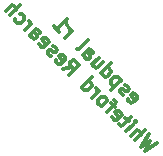
<source format=gbo>
G04 #@! TF.FileFunction,Legend,Bot*
%FSLAX46Y46*%
G04 Gerber Fmt 4.6, Leading zero omitted, Abs format (unit mm)*
G04 Created by KiCad (PCBNEW (2015-11-24 BZR 6329)-product) date Wed 28 Sep 2016 12:51:07 PM EDT*
%MOMM*%
G01*
G04 APERTURE LIST*
%ADD10C,0.100000*%
%ADD11C,0.300000*%
G04 APERTURE END LIST*
D10*
D11*
X125930026Y-115534857D02*
X125970432Y-115656076D01*
X126132056Y-115817700D01*
X126253275Y-115858106D01*
X126374493Y-115817701D01*
X126697742Y-115494452D01*
X126738148Y-115373233D01*
X126697742Y-115252015D01*
X126536118Y-115090390D01*
X126414899Y-115049984D01*
X126293680Y-115090390D01*
X126212869Y-115171202D01*
X126536118Y-115656076D01*
X125566371Y-115171203D02*
X125445153Y-115130797D01*
X125283528Y-114969172D01*
X125243123Y-114847954D01*
X125283528Y-114726736D01*
X125323934Y-114686330D01*
X125445153Y-114645924D01*
X125566371Y-114686329D01*
X125687589Y-114807548D01*
X125808808Y-114847954D01*
X125930026Y-114807548D01*
X125970432Y-114767142D01*
X126010838Y-114645924D01*
X125970432Y-114524705D01*
X125849214Y-114403486D01*
X125727996Y-114363081D01*
X125364340Y-113918613D02*
X124515812Y-114767142D01*
X125323934Y-113959020D02*
X125283528Y-113837801D01*
X125121904Y-113676177D01*
X125000685Y-113635771D01*
X124919873Y-113635771D01*
X124798654Y-113676177D01*
X124556218Y-113918613D01*
X124515812Y-114039831D01*
X124515812Y-114120644D01*
X124556219Y-114241862D01*
X124717843Y-114403486D01*
X124839061Y-114443893D01*
X123667284Y-113352928D02*
X124515812Y-112504400D01*
X123707690Y-113312522D02*
X123748097Y-113433740D01*
X123909721Y-113595364D01*
X124030939Y-113635771D01*
X124111752Y-113635771D01*
X124232970Y-113595365D01*
X124475406Y-113352929D01*
X124515812Y-113231710D01*
X124515812Y-113150898D01*
X124475406Y-113029679D01*
X124313782Y-112868055D01*
X124192563Y-112827649D01*
X123465254Y-112019527D02*
X122899568Y-112585212D01*
X123828909Y-112383182D02*
X123384441Y-112827649D01*
X123263224Y-112868055D01*
X123142005Y-112827649D01*
X123020787Y-112706431D01*
X122980381Y-112585212D01*
X122980381Y-112504400D01*
X122131853Y-111817496D02*
X122576320Y-111373030D01*
X122697538Y-111332623D01*
X122818757Y-111373030D01*
X122980381Y-111534654D01*
X123020787Y-111655872D01*
X122172259Y-111777090D02*
X122212665Y-111898309D01*
X122414695Y-112100339D01*
X122535914Y-112140745D01*
X122657132Y-112100340D01*
X122737944Y-112019527D01*
X122778351Y-111898309D01*
X122737944Y-111777090D01*
X122535914Y-111575060D01*
X122495508Y-111453841D01*
X121606574Y-111292217D02*
X121727792Y-111332623D01*
X121849010Y-111292218D01*
X122576320Y-110564908D01*
X120636827Y-110322471D02*
X121202513Y-109756786D01*
X121040888Y-109918411D02*
X121081294Y-109797192D01*
X121081294Y-109716380D01*
X121040888Y-109595161D01*
X120960076Y-109514349D01*
X119667081Y-109352724D02*
X120151954Y-109837598D01*
X119909517Y-109595161D02*
X120758045Y-108746633D01*
X120717639Y-108948664D01*
X120717640Y-109110288D01*
X120758046Y-109231507D01*
X128449346Y-119238075D02*
X127398788Y-119884573D01*
X127843255Y-119116858D01*
X127075539Y-119561324D01*
X127722036Y-118510766D01*
X126550259Y-119036045D02*
X127398788Y-118187517D01*
X126186604Y-118672390D02*
X126631071Y-118227923D01*
X126752290Y-118187517D01*
X126873508Y-118227923D01*
X126994726Y-118349141D01*
X127035132Y-118470360D01*
X127035132Y-118551172D01*
X125782544Y-118268329D02*
X126348229Y-117702644D01*
X126631072Y-117419801D02*
X126631072Y-117500614D01*
X126550259Y-117500614D01*
X126550259Y-117419801D01*
X126631072Y-117419801D01*
X126550259Y-117500614D01*
X126065386Y-117419801D02*
X125742137Y-117096552D01*
X126227010Y-117015740D02*
X125499700Y-117743050D01*
X125378482Y-117783456D01*
X125257264Y-117743049D01*
X125176451Y-117662237D01*
X124610767Y-117015740D02*
X124651173Y-117136959D01*
X124812797Y-117298583D01*
X124934016Y-117338989D01*
X125055233Y-117298583D01*
X125378482Y-116975334D01*
X125418889Y-116854116D01*
X125378482Y-116732897D01*
X125216858Y-116571273D01*
X125095640Y-116530867D01*
X124974421Y-116571273D01*
X124893609Y-116652085D01*
X125216858Y-117136959D01*
X124853203Y-116207618D02*
X124529954Y-115884369D01*
X124166300Y-116652086D02*
X124893609Y-115924776D01*
X124934016Y-115803557D01*
X124893609Y-115682339D01*
X124812797Y-115601526D01*
X123560208Y-116045994D02*
X123681427Y-116086400D01*
X123762239Y-116086400D01*
X123883457Y-116045995D01*
X124125894Y-115803558D01*
X124166300Y-115682339D01*
X124166300Y-115601527D01*
X124125894Y-115480308D01*
X124004676Y-115359091D01*
X123883457Y-115318684D01*
X123802645Y-115318684D01*
X123681426Y-115359091D01*
X123438990Y-115601527D01*
X123398584Y-115722745D01*
X123398584Y-115803557D01*
X123438990Y-115924776D01*
X123560208Y-116045994D01*
X122913711Y-115399497D02*
X123479396Y-114833811D01*
X123317772Y-114995436D02*
X123358178Y-114874218D01*
X123358178Y-114793405D01*
X123317772Y-114672187D01*
X123236960Y-114591375D01*
X122024777Y-114510562D02*
X122873305Y-113662034D01*
X122065183Y-114470156D02*
X122105589Y-114591375D01*
X122267213Y-114752999D01*
X122388432Y-114793405D01*
X122469244Y-114793405D01*
X122590462Y-114753000D01*
X122832899Y-114510563D01*
X122873305Y-114389345D01*
X122873305Y-114308532D01*
X122832899Y-114187314D01*
X122671275Y-114025689D01*
X122550056Y-113985283D01*
X120489345Y-112975130D02*
X121176248Y-112853912D01*
X120974218Y-113460004D02*
X121822746Y-112611476D01*
X121499497Y-112288227D01*
X121378279Y-112247821D01*
X121297466Y-112247821D01*
X121176248Y-112288227D01*
X121055030Y-112409445D01*
X121014624Y-112530663D01*
X121014624Y-112611476D01*
X121055030Y-112732694D01*
X121378279Y-113055943D01*
X119842847Y-112247821D02*
X119883254Y-112369039D01*
X120044878Y-112530663D01*
X120166096Y-112571070D01*
X120287314Y-112530664D01*
X120610563Y-112207415D01*
X120650969Y-112086197D01*
X120610563Y-111964978D01*
X120448939Y-111803354D01*
X120327720Y-111762948D01*
X120206502Y-111803354D01*
X120125690Y-111884166D01*
X120448939Y-112369039D01*
X119479193Y-111884166D02*
X119357974Y-111843760D01*
X119196350Y-111682135D01*
X119155944Y-111560917D01*
X119196350Y-111439700D01*
X119236756Y-111399293D01*
X119357974Y-111358887D01*
X119479192Y-111399293D01*
X119600411Y-111520511D01*
X119721630Y-111560917D01*
X119842847Y-111520512D01*
X119883254Y-111480106D01*
X119923660Y-111358887D01*
X119883254Y-111237668D01*
X119762035Y-111116450D01*
X119640817Y-111076044D01*
X118428634Y-110833607D02*
X118469040Y-110954826D01*
X118630664Y-111116450D01*
X118751883Y-111156856D01*
X118873101Y-111116451D01*
X119196350Y-110793202D01*
X119236756Y-110671983D01*
X119196350Y-110550764D01*
X119034725Y-110389140D01*
X118913507Y-110348734D01*
X118792288Y-110389140D01*
X118711477Y-110469952D01*
X119034725Y-110954826D01*
X117620512Y-110106298D02*
X118064979Y-109661831D01*
X118186197Y-109621425D01*
X118307416Y-109661831D01*
X118469040Y-109823455D01*
X118509446Y-109944674D01*
X117660918Y-110065891D02*
X117701324Y-110187110D01*
X117903355Y-110389140D01*
X118024573Y-110429547D01*
X118145791Y-110389141D01*
X118226604Y-110308329D01*
X118267010Y-110187110D01*
X118226604Y-110065891D01*
X118024573Y-109863861D01*
X117984167Y-109742643D01*
X117216451Y-109702237D02*
X117782137Y-109136552D01*
X117620512Y-109298176D02*
X117660918Y-109176958D01*
X117660918Y-109096145D01*
X117620512Y-108974927D01*
X117539700Y-108894115D01*
X116367923Y-108772896D02*
X116408329Y-108894115D01*
X116569953Y-109055739D01*
X116691172Y-109096145D01*
X116771984Y-109096145D01*
X116893202Y-109055740D01*
X117135639Y-108813303D01*
X117176045Y-108692085D01*
X117176045Y-108611272D01*
X117135639Y-108490054D01*
X116974015Y-108328430D01*
X116852796Y-108288023D01*
X115963863Y-108449648D02*
X116812391Y-107601120D01*
X115600207Y-108085993D02*
X116044674Y-107641526D01*
X116165893Y-107601120D01*
X116287111Y-107641526D01*
X116408329Y-107762744D01*
X116448736Y-107883963D01*
X116448736Y-107964775D01*
M02*

</source>
